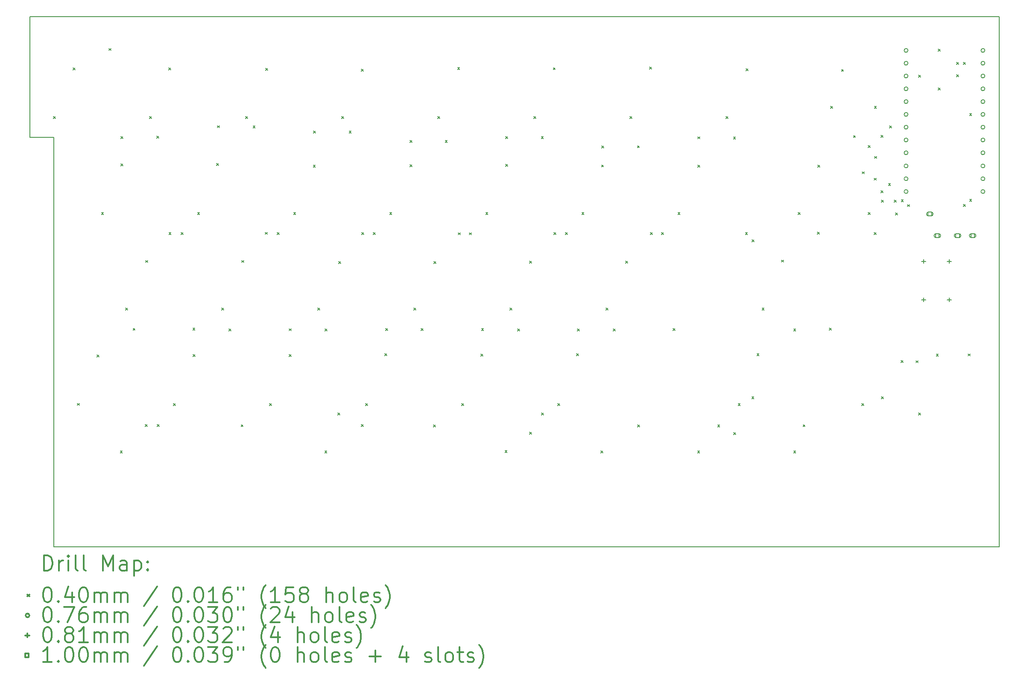
<source format=gbr>
%FSLAX45Y45*%
G04 Gerber Fmt 4.5, Leading zero omitted, Abs format (unit mm)*
G04 Created by KiCad (PCBNEW (5.0.2)-1) date 2019/03/03 0:18:20*
%MOMM*%
%LPD*%
G01*
G04 APERTURE LIST*
%ADD10C,0.150000*%
%ADD11C,0.200000*%
%ADD12C,0.300000*%
G04 APERTURE END LIST*
D10*
X19404000Y-4459000D02*
X19881000Y-4459000D01*
X19404000Y-2059000D02*
X19404000Y-4459000D01*
X38628000Y-2059000D02*
X38628000Y-12584000D01*
X19881000Y-4459000D02*
X19881000Y-12584000D01*
X19881000Y-12584000D02*
X38628000Y-12584000D01*
X19404000Y-2059000D02*
X38628000Y-2059000D01*
D11*
X19873000Y-4046000D02*
X19913000Y-4086000D01*
X19913000Y-4046000D02*
X19873000Y-4086000D01*
X20260000Y-3079000D02*
X20300000Y-3119000D01*
X20300000Y-3079000D02*
X20260000Y-3119000D01*
X20349000Y-9738000D02*
X20389000Y-9778000D01*
X20389000Y-9738000D02*
X20349000Y-9778000D01*
X20737000Y-8776000D02*
X20777000Y-8816000D01*
X20777000Y-8776000D02*
X20737000Y-8816000D01*
X20825000Y-5951000D02*
X20865000Y-5991000D01*
X20865000Y-5951000D02*
X20825000Y-5991000D01*
X20975000Y-2693000D02*
X21015000Y-2733000D01*
X21015000Y-2693000D02*
X20975000Y-2733000D01*
X21197000Y-10682000D02*
X21237000Y-10722000D01*
X21237000Y-10682000D02*
X21197000Y-10722000D01*
X21208000Y-4983000D02*
X21248000Y-5023000D01*
X21248000Y-4983000D02*
X21208000Y-5023000D01*
X21212000Y-4439000D02*
X21252000Y-4479000D01*
X21252000Y-4439000D02*
X21212000Y-4479000D01*
X21301000Y-7847000D02*
X21341000Y-7887000D01*
X21341000Y-7847000D02*
X21301000Y-7887000D01*
X21452000Y-8247000D02*
X21492000Y-8287000D01*
X21492000Y-8247000D02*
X21452000Y-8287000D01*
X21693000Y-10155000D02*
X21733000Y-10195000D01*
X21733000Y-10155000D02*
X21693000Y-10195000D01*
X21699000Y-6902000D02*
X21739000Y-6942000D01*
X21739000Y-6902000D02*
X21699000Y-6942000D01*
X21778000Y-4046000D02*
X21818000Y-4086000D01*
X21818000Y-4046000D02*
X21778000Y-4086000D01*
X21924000Y-4435000D02*
X21964000Y-4475000D01*
X21964000Y-4435000D02*
X21924000Y-4475000D01*
X21928000Y-10155000D02*
X21968000Y-10195000D01*
X21968000Y-10155000D02*
X21928000Y-10195000D01*
X22157000Y-3078000D02*
X22197000Y-3118000D01*
X22197000Y-3078000D02*
X22157000Y-3118000D01*
X22163000Y-6349000D02*
X22203000Y-6389000D01*
X22203000Y-6349000D02*
X22163000Y-6389000D01*
X22254000Y-9739000D02*
X22294000Y-9779000D01*
X22294000Y-9739000D02*
X22254000Y-9779000D01*
X22402000Y-6344000D02*
X22442000Y-6384000D01*
X22442000Y-6344000D02*
X22402000Y-6384000D01*
X22636000Y-8246000D02*
X22676000Y-8286000D01*
X22676000Y-8246000D02*
X22636000Y-8286000D01*
X22638000Y-8766000D02*
X22678000Y-8806000D01*
X22678000Y-8766000D02*
X22638000Y-8806000D01*
X22730000Y-5951000D02*
X22770000Y-5991000D01*
X22770000Y-5951000D02*
X22730000Y-5991000D01*
X23106000Y-4974000D02*
X23146000Y-5014000D01*
X23146000Y-4974000D02*
X23106000Y-5014000D01*
X23124000Y-4225000D02*
X23164000Y-4265000D01*
X23164000Y-4225000D02*
X23124000Y-4265000D01*
X23206000Y-7847000D02*
X23246000Y-7887000D01*
X23246000Y-7847000D02*
X23206000Y-7887000D01*
X23352000Y-8262000D02*
X23392000Y-8302000D01*
X23392000Y-8262000D02*
X23352000Y-8302000D01*
X23593000Y-10160000D02*
X23633000Y-10200000D01*
X23633000Y-10160000D02*
X23593000Y-10200000D01*
X23603000Y-6902000D02*
X23643000Y-6942000D01*
X23643000Y-6902000D02*
X23603000Y-6942000D01*
X23682000Y-4046000D02*
X23722000Y-4086000D01*
X23722000Y-4046000D02*
X23682000Y-4086000D01*
X23831000Y-4227000D02*
X23871000Y-4267000D01*
X23871000Y-4227000D02*
X23831000Y-4267000D01*
X24072000Y-6343000D02*
X24112000Y-6383000D01*
X24112000Y-6343000D02*
X24072000Y-6383000D01*
X24079000Y-3085000D02*
X24119000Y-3125000D01*
X24119000Y-3085000D02*
X24079000Y-3125000D01*
X24159000Y-9739000D02*
X24199000Y-9779000D01*
X24199000Y-9739000D02*
X24159000Y-9779000D01*
X24308000Y-6344000D02*
X24348000Y-6384000D01*
X24348000Y-6344000D02*
X24308000Y-6384000D01*
X24544000Y-8255000D02*
X24584000Y-8295000D01*
X24584000Y-8255000D02*
X24544000Y-8295000D01*
X24546000Y-8770000D02*
X24586000Y-8810000D01*
X24586000Y-8770000D02*
X24546000Y-8810000D01*
X24635000Y-5951000D02*
X24675000Y-5991000D01*
X24675000Y-5951000D02*
X24635000Y-5991000D01*
X25025000Y-5006000D02*
X25065000Y-5046000D01*
X25065000Y-5006000D02*
X25025000Y-5046000D01*
X25027000Y-4333000D02*
X25067000Y-4373000D01*
X25067000Y-4333000D02*
X25027000Y-4373000D01*
X25111000Y-7847000D02*
X25151000Y-7887000D01*
X25151000Y-7847000D02*
X25111000Y-7887000D01*
X25252000Y-10679000D02*
X25292000Y-10719000D01*
X25292000Y-10679000D02*
X25252000Y-10719000D01*
X25254000Y-8260000D02*
X25294000Y-8300000D01*
X25294000Y-8260000D02*
X25254000Y-8300000D01*
X25508000Y-9927000D02*
X25548000Y-9967000D01*
X25548000Y-9927000D02*
X25508000Y-9967000D01*
X25525000Y-6925000D02*
X25565000Y-6965000D01*
X25565000Y-6925000D02*
X25525000Y-6965000D01*
X25588000Y-4046000D02*
X25628000Y-4086000D01*
X25628000Y-4046000D02*
X25588000Y-4086000D01*
X25736000Y-4334000D02*
X25776000Y-4374000D01*
X25776000Y-4334000D02*
X25736000Y-4374000D01*
X25974000Y-3101000D02*
X26014000Y-3141000D01*
X26014000Y-3101000D02*
X25974000Y-3141000D01*
X25974000Y-10159000D02*
X26014000Y-10199000D01*
X26014000Y-10159000D02*
X25974000Y-10199000D01*
X25985000Y-6348000D02*
X26025000Y-6388000D01*
X26025000Y-6348000D02*
X25985000Y-6388000D01*
X26064000Y-9739000D02*
X26104000Y-9779000D01*
X26104000Y-9739000D02*
X26064000Y-9779000D01*
X26211000Y-6346000D02*
X26251000Y-6386000D01*
X26251000Y-6346000D02*
X26211000Y-6386000D01*
X26441000Y-8751000D02*
X26481000Y-8791000D01*
X26481000Y-8751000D02*
X26441000Y-8791000D01*
X26457000Y-8250000D02*
X26497000Y-8290000D01*
X26497000Y-8250000D02*
X26457000Y-8290000D01*
X26540000Y-5951000D02*
X26580000Y-5991000D01*
X26580000Y-5951000D02*
X26540000Y-5991000D01*
X26939000Y-4519000D02*
X26979000Y-4559000D01*
X26979000Y-4519000D02*
X26939000Y-4559000D01*
X26939000Y-5003000D02*
X26979000Y-5043000D01*
X26979000Y-5003000D02*
X26939000Y-5043000D01*
X27016000Y-7847000D02*
X27056000Y-7887000D01*
X27056000Y-7847000D02*
X27016000Y-7887000D01*
X27164000Y-8254000D02*
X27204000Y-8294000D01*
X27204000Y-8254000D02*
X27164000Y-8294000D01*
X27410000Y-10167000D02*
X27450000Y-10207000D01*
X27450000Y-10167000D02*
X27410000Y-10207000D01*
X27416000Y-6922000D02*
X27456000Y-6962000D01*
X27456000Y-6922000D02*
X27416000Y-6962000D01*
X27492000Y-4046000D02*
X27532000Y-4086000D01*
X27532000Y-4046000D02*
X27492000Y-4086000D01*
X27640000Y-4520500D02*
X27680000Y-4560500D01*
X27680000Y-4520500D02*
X27640000Y-4560500D01*
X27885000Y-3070000D02*
X27925000Y-3110000D01*
X27925000Y-3070000D02*
X27885000Y-3110000D01*
X27896000Y-6351000D02*
X27936000Y-6391000D01*
X27936000Y-6351000D02*
X27896000Y-6391000D01*
X27969000Y-9739000D02*
X28009000Y-9779000D01*
X28009000Y-9739000D02*
X27969000Y-9779000D01*
X28116000Y-6350000D02*
X28156000Y-6390000D01*
X28156000Y-6350000D02*
X28116000Y-6390000D01*
X28349000Y-8757000D02*
X28389000Y-8797000D01*
X28389000Y-8757000D02*
X28349000Y-8797000D01*
X28361000Y-8251000D02*
X28401000Y-8291000D01*
X28401000Y-8251000D02*
X28361000Y-8291000D01*
X28445000Y-5951000D02*
X28485000Y-5991000D01*
X28485000Y-5951000D02*
X28445000Y-5991000D01*
X28825000Y-10670000D02*
X28865000Y-10710000D01*
X28865000Y-10670000D02*
X28825000Y-10710000D01*
X28838000Y-4440000D02*
X28878000Y-4480000D01*
X28878000Y-4440000D02*
X28838000Y-4480000D01*
X28838000Y-4990000D02*
X28878000Y-5030000D01*
X28878000Y-4990000D02*
X28838000Y-5030000D01*
X28921000Y-7847000D02*
X28961000Y-7887000D01*
X28961000Y-7847000D02*
X28921000Y-7887000D01*
X29073000Y-8261000D02*
X29113000Y-8301000D01*
X29113000Y-8261000D02*
X29073000Y-8301000D01*
X29310000Y-6915000D02*
X29350000Y-6955000D01*
X29350000Y-6915000D02*
X29310000Y-6955000D01*
X29310000Y-10308000D02*
X29350000Y-10348000D01*
X29350000Y-10308000D02*
X29310000Y-10348000D01*
X29397000Y-4046000D02*
X29437000Y-4086000D01*
X29437000Y-4046000D02*
X29397000Y-4086000D01*
X29546000Y-4443000D02*
X29586000Y-4483000D01*
X29586000Y-4443000D02*
X29546000Y-4483000D01*
X29550000Y-9925000D02*
X29590000Y-9965000D01*
X29590000Y-9925000D02*
X29550000Y-9965000D01*
X29783000Y-3074000D02*
X29823000Y-3114000D01*
X29823000Y-3074000D02*
X29783000Y-3114000D01*
X29792000Y-6345000D02*
X29832000Y-6385000D01*
X29832000Y-6345000D02*
X29792000Y-6385000D01*
X29873000Y-9739000D02*
X29913000Y-9779000D01*
X29913000Y-9739000D02*
X29873000Y-9779000D01*
X30021000Y-6347000D02*
X30061000Y-6387000D01*
X30061000Y-6347000D02*
X30021000Y-6387000D01*
X30246000Y-8753000D02*
X30286000Y-8793000D01*
X30286000Y-8753000D02*
X30246000Y-8793000D01*
X30259000Y-8258000D02*
X30299000Y-8298000D01*
X30299000Y-8258000D02*
X30259000Y-8298000D01*
X30350000Y-5951000D02*
X30390000Y-5991000D01*
X30390000Y-5951000D02*
X30350000Y-5991000D01*
X30727000Y-10682000D02*
X30767000Y-10722000D01*
X30767000Y-10682000D02*
X30727000Y-10722000D01*
X30738000Y-5004000D02*
X30778000Y-5044000D01*
X30778000Y-5004000D02*
X30738000Y-5044000D01*
X30742000Y-4627000D02*
X30782000Y-4667000D01*
X30782000Y-4627000D02*
X30742000Y-4667000D01*
X30826000Y-7847000D02*
X30866000Y-7887000D01*
X30866000Y-7847000D02*
X30826000Y-7887000D01*
X30969000Y-8257000D02*
X31009000Y-8297000D01*
X31009000Y-8257000D02*
X30969000Y-8297000D01*
X31215000Y-6915000D02*
X31255000Y-6955000D01*
X31255000Y-6915000D02*
X31215000Y-6955000D01*
X31303000Y-4046000D02*
X31343000Y-4086000D01*
X31343000Y-4046000D02*
X31303000Y-4086000D01*
X31451000Y-4624000D02*
X31491000Y-4664000D01*
X31491000Y-4624000D02*
X31451000Y-4664000D01*
X31455000Y-10167000D02*
X31495000Y-10207000D01*
X31495000Y-10167000D02*
X31455000Y-10207000D01*
X31691000Y-3060000D02*
X31731000Y-3100000D01*
X31731000Y-3060000D02*
X31691000Y-3100000D01*
X31706000Y-6346000D02*
X31746000Y-6386000D01*
X31746000Y-6346000D02*
X31706000Y-6386000D01*
X31926000Y-6348000D02*
X31966000Y-6388000D01*
X31966000Y-6348000D02*
X31926000Y-6388000D01*
X32159000Y-8252000D02*
X32199000Y-8292000D01*
X32199000Y-8252000D02*
X32159000Y-8292000D01*
X32254000Y-5951000D02*
X32294000Y-5991000D01*
X32294000Y-5951000D02*
X32254000Y-5991000D01*
X32643000Y-10680000D02*
X32683000Y-10720000D01*
X32683000Y-10680000D02*
X32643000Y-10720000D01*
X32649000Y-5007000D02*
X32689000Y-5047000D01*
X32689000Y-5007000D02*
X32649000Y-5047000D01*
X32651000Y-4446000D02*
X32691000Y-4486000D01*
X32691000Y-4446000D02*
X32651000Y-4486000D01*
X33041000Y-10164000D02*
X33081000Y-10204000D01*
X33081000Y-10164000D02*
X33041000Y-10204000D01*
X33209000Y-4043000D02*
X33249000Y-4083000D01*
X33249000Y-4043000D02*
X33209000Y-4083000D01*
X33356000Y-4448000D02*
X33396000Y-4488000D01*
X33396000Y-4448000D02*
X33356000Y-4488000D01*
X33360000Y-10316000D02*
X33400000Y-10356000D01*
X33400000Y-10316000D02*
X33360000Y-10356000D01*
X33448000Y-9739000D02*
X33488000Y-9779000D01*
X33488000Y-9739000D02*
X33448000Y-9779000D01*
X33592000Y-6347000D02*
X33632000Y-6387000D01*
X33632000Y-6347000D02*
X33592000Y-6387000D01*
X33608000Y-3097000D02*
X33648000Y-3137000D01*
X33648000Y-3097000D02*
X33608000Y-3137000D01*
X33719000Y-9609000D02*
X33759000Y-9649000D01*
X33759000Y-9609000D02*
X33719000Y-9649000D01*
X33723000Y-6491000D02*
X33763000Y-6531000D01*
X33763000Y-6491000D02*
X33723000Y-6531000D01*
X33821000Y-8753000D02*
X33861000Y-8793000D01*
X33861000Y-8753000D02*
X33821000Y-8793000D01*
X33922000Y-7847000D02*
X33962000Y-7887000D01*
X33962000Y-7847000D02*
X33922000Y-7887000D01*
X34306000Y-6893000D02*
X34346000Y-6933000D01*
X34346000Y-6893000D02*
X34306000Y-6933000D01*
X34548000Y-10680000D02*
X34588000Y-10720000D01*
X34588000Y-10680000D02*
X34548000Y-10720000D01*
X34550000Y-8257000D02*
X34590000Y-8297000D01*
X34590000Y-8257000D02*
X34550000Y-8297000D01*
X34635000Y-5950000D02*
X34675000Y-5990000D01*
X34675000Y-5950000D02*
X34635000Y-5990000D01*
X34735000Y-10161000D02*
X34775000Y-10201000D01*
X34775000Y-10161000D02*
X34735000Y-10201000D01*
X35022000Y-6341000D02*
X35062000Y-6381000D01*
X35062000Y-6341000D02*
X35022000Y-6381000D01*
X35029000Y-5007000D02*
X35069000Y-5047000D01*
X35069000Y-5007000D02*
X35029000Y-5047000D01*
X35253000Y-8246000D02*
X35293000Y-8286000D01*
X35293000Y-8246000D02*
X35253000Y-8286000D01*
X35281000Y-3843000D02*
X35321000Y-3883000D01*
X35321000Y-3843000D02*
X35281000Y-3883000D01*
X35498000Y-3107000D02*
X35538000Y-3147000D01*
X35538000Y-3107000D02*
X35498000Y-3147000D01*
X35735000Y-4420000D02*
X35775000Y-4460000D01*
X35775000Y-4420000D02*
X35735000Y-4460000D01*
X35902000Y-9740000D02*
X35942000Y-9780000D01*
X35942000Y-9740000D02*
X35902000Y-9780000D01*
X35907000Y-5140000D02*
X35947000Y-5180000D01*
X35947000Y-5140000D02*
X35907000Y-5180000D01*
X36024000Y-4619000D02*
X36064000Y-4659000D01*
X36064000Y-4619000D02*
X36024000Y-4659000D01*
X36024000Y-5950000D02*
X36064000Y-5990000D01*
X36064000Y-5950000D02*
X36024000Y-5990000D01*
X36145000Y-6345000D02*
X36185000Y-6385000D01*
X36185000Y-6345000D02*
X36145000Y-6385000D01*
X36146000Y-5266000D02*
X36186000Y-5306000D01*
X36186000Y-5266000D02*
X36146000Y-5306000D01*
X36149000Y-3842000D02*
X36189000Y-3882000D01*
X36189000Y-3842000D02*
X36149000Y-3882000D01*
X36153000Y-4835000D02*
X36193000Y-4875000D01*
X36193000Y-4835000D02*
X36153000Y-4875000D01*
X36283000Y-4416000D02*
X36323000Y-4456000D01*
X36323000Y-4416000D02*
X36283000Y-4456000D01*
X36283000Y-5517000D02*
X36323000Y-5557000D01*
X36323000Y-5517000D02*
X36283000Y-5557000D01*
X36289000Y-9608000D02*
X36329000Y-9648000D01*
X36329000Y-9608000D02*
X36289000Y-9648000D01*
X36290000Y-5703000D02*
X36330000Y-5743000D01*
X36330000Y-5703000D02*
X36290000Y-5743000D01*
X36428000Y-5372000D02*
X36468000Y-5412000D01*
X36468000Y-5372000D02*
X36428000Y-5412000D01*
X36450000Y-4227000D02*
X36490000Y-4267000D01*
X36490000Y-4227000D02*
X36450000Y-4267000D01*
X36545000Y-5701000D02*
X36585000Y-5741000D01*
X36585000Y-5701000D02*
X36545000Y-5741000D01*
X36569000Y-5954000D02*
X36609000Y-5994000D01*
X36609000Y-5954000D02*
X36569000Y-5994000D01*
X36679000Y-8886000D02*
X36719000Y-8926000D01*
X36719000Y-8886000D02*
X36679000Y-8926000D01*
X36682000Y-5697000D02*
X36722000Y-5737000D01*
X36722000Y-5697000D02*
X36682000Y-5737000D01*
X36808000Y-5793000D02*
X36848000Y-5833000D01*
X36848000Y-5793000D02*
X36808000Y-5833000D01*
X36973000Y-8891000D02*
X37013000Y-8931000D01*
X37013000Y-8891000D02*
X36973000Y-8931000D01*
X37023000Y-3222000D02*
X37063000Y-3262000D01*
X37063000Y-3222000D02*
X37023000Y-3262000D01*
X37027000Y-9927000D02*
X37067000Y-9967000D01*
X37067000Y-9927000D02*
X37027000Y-9967000D01*
X37378000Y-8760000D02*
X37418000Y-8800000D01*
X37418000Y-8760000D02*
X37378000Y-8800000D01*
X37415000Y-2705000D02*
X37455000Y-2745000D01*
X37455000Y-2705000D02*
X37415000Y-2745000D01*
X37415000Y-3476000D02*
X37455000Y-3516000D01*
X37455000Y-3476000D02*
X37415000Y-3516000D01*
X37778000Y-2971000D02*
X37818000Y-3011000D01*
X37818000Y-2971000D02*
X37778000Y-3011000D01*
X37778000Y-3214000D02*
X37818000Y-3254000D01*
X37818000Y-3214000D02*
X37778000Y-3254000D01*
X37913000Y-2969000D02*
X37953000Y-3009000D01*
X37953000Y-2969000D02*
X37913000Y-3009000D01*
X37915000Y-5786000D02*
X37955000Y-5826000D01*
X37955000Y-5786000D02*
X37915000Y-5826000D01*
X38008000Y-8755000D02*
X38048000Y-8795000D01*
X38048000Y-8755000D02*
X38008000Y-8795000D01*
X38037000Y-3982000D02*
X38077000Y-4022000D01*
X38077000Y-3982000D02*
X38037000Y-4022000D01*
X38037000Y-5687000D02*
X38077000Y-5727000D01*
X38077000Y-5687000D02*
X38037000Y-5727000D01*
X36815100Y-2732000D02*
G75*
G03X36815100Y-2732000I-38100J0D01*
G01*
X36815100Y-2986000D02*
G75*
G03X36815100Y-2986000I-38100J0D01*
G01*
X36815100Y-3240000D02*
G75*
G03X36815100Y-3240000I-38100J0D01*
G01*
X36815100Y-3494000D02*
G75*
G03X36815100Y-3494000I-38100J0D01*
G01*
X36815100Y-3748000D02*
G75*
G03X36815100Y-3748000I-38100J0D01*
G01*
X36815100Y-4002000D02*
G75*
G03X36815100Y-4002000I-38100J0D01*
G01*
X36815100Y-4256000D02*
G75*
G03X36815100Y-4256000I-38100J0D01*
G01*
X36815100Y-4510000D02*
G75*
G03X36815100Y-4510000I-38100J0D01*
G01*
X36815100Y-4764000D02*
G75*
G03X36815100Y-4764000I-38100J0D01*
G01*
X36815100Y-5025000D02*
G75*
G03X36815100Y-5025000I-38100J0D01*
G01*
X36815100Y-5279000D02*
G75*
G03X36815100Y-5279000I-38100J0D01*
G01*
X36815100Y-5533000D02*
G75*
G03X36815100Y-5533000I-38100J0D01*
G01*
X38339100Y-2732000D02*
G75*
G03X38339100Y-2732000I-38100J0D01*
G01*
X38339100Y-2986000D02*
G75*
G03X38339100Y-2986000I-38100J0D01*
G01*
X38339100Y-3240000D02*
G75*
G03X38339100Y-3240000I-38100J0D01*
G01*
X38339100Y-3494000D02*
G75*
G03X38339100Y-3494000I-38100J0D01*
G01*
X38339100Y-3748000D02*
G75*
G03X38339100Y-3748000I-38100J0D01*
G01*
X38339100Y-4002000D02*
G75*
G03X38339100Y-4002000I-38100J0D01*
G01*
X38339100Y-4256000D02*
G75*
G03X38339100Y-4256000I-38100J0D01*
G01*
X38339100Y-4510000D02*
G75*
G03X38339100Y-4510000I-38100J0D01*
G01*
X38339100Y-4764000D02*
G75*
G03X38339100Y-4764000I-38100J0D01*
G01*
X38339100Y-5025000D02*
G75*
G03X38339100Y-5025000I-38100J0D01*
G01*
X38339100Y-5279000D02*
G75*
G03X38339100Y-5279000I-38100J0D01*
G01*
X38339100Y-5533000D02*
G75*
G03X38339100Y-5533000I-38100J0D01*
G01*
X37128000Y-6877360D02*
X37128000Y-6958640D01*
X37087360Y-6918000D02*
X37168640Y-6918000D01*
X37128000Y-7639360D02*
X37128000Y-7720640D01*
X37087360Y-7680000D02*
X37168640Y-7680000D01*
X37636000Y-6877360D02*
X37636000Y-6958640D01*
X37595360Y-6918000D02*
X37676640Y-6918000D01*
X37636000Y-7639360D02*
X37636000Y-7720640D01*
X37595360Y-7680000D02*
X37676640Y-7680000D01*
X37283356Y-6013356D02*
X37283356Y-5942644D01*
X37212644Y-5942644D01*
X37212644Y-6013356D01*
X37283356Y-6013356D01*
X37273000Y-5938000D02*
X37223000Y-5938000D01*
X37273000Y-6018000D02*
X37223000Y-6018000D01*
X37223000Y-5938000D02*
G75*
G03X37223000Y-6018000I0J-40000D01*
G01*
X37273000Y-6018000D02*
G75*
G03X37273000Y-5938000I0J40000D01*
G01*
X37433356Y-6443356D02*
X37433356Y-6372644D01*
X37362644Y-6372644D01*
X37362644Y-6443356D01*
X37433356Y-6443356D01*
X37423000Y-6368000D02*
X37373000Y-6368000D01*
X37423000Y-6448000D02*
X37373000Y-6448000D01*
X37373000Y-6368000D02*
G75*
G03X37373000Y-6448000I0J-40000D01*
G01*
X37423000Y-6448000D02*
G75*
G03X37423000Y-6368000I0J40000D01*
G01*
X37833356Y-6443356D02*
X37833356Y-6372644D01*
X37762644Y-6372644D01*
X37762644Y-6443356D01*
X37833356Y-6443356D01*
X37823000Y-6368000D02*
X37773000Y-6368000D01*
X37823000Y-6448000D02*
X37773000Y-6448000D01*
X37773000Y-6368000D02*
G75*
G03X37773000Y-6448000I0J-40000D01*
G01*
X37823000Y-6448000D02*
G75*
G03X37823000Y-6368000I0J40000D01*
G01*
X38133356Y-6443356D02*
X38133356Y-6372644D01*
X38062644Y-6372644D01*
X38062644Y-6443356D01*
X38133356Y-6443356D01*
X38123000Y-6368000D02*
X38073000Y-6368000D01*
X38123000Y-6448000D02*
X38073000Y-6448000D01*
X38073000Y-6368000D02*
G75*
G03X38073000Y-6448000I0J-40000D01*
G01*
X38123000Y-6448000D02*
G75*
G03X38123000Y-6368000I0J40000D01*
G01*
D12*
X19682928Y-13057214D02*
X19682928Y-12757214D01*
X19754357Y-12757214D01*
X19797214Y-12771500D01*
X19825786Y-12800071D01*
X19840071Y-12828643D01*
X19854357Y-12885786D01*
X19854357Y-12928643D01*
X19840071Y-12985786D01*
X19825786Y-13014357D01*
X19797214Y-13042929D01*
X19754357Y-13057214D01*
X19682928Y-13057214D01*
X19982928Y-13057214D02*
X19982928Y-12857214D01*
X19982928Y-12914357D02*
X19997214Y-12885786D01*
X20011500Y-12871500D01*
X20040071Y-12857214D01*
X20068643Y-12857214D01*
X20168643Y-13057214D02*
X20168643Y-12857214D01*
X20168643Y-12757214D02*
X20154357Y-12771500D01*
X20168643Y-12785786D01*
X20182928Y-12771500D01*
X20168643Y-12757214D01*
X20168643Y-12785786D01*
X20354357Y-13057214D02*
X20325786Y-13042929D01*
X20311500Y-13014357D01*
X20311500Y-12757214D01*
X20511500Y-13057214D02*
X20482928Y-13042929D01*
X20468643Y-13014357D01*
X20468643Y-12757214D01*
X20854357Y-13057214D02*
X20854357Y-12757214D01*
X20954357Y-12971500D01*
X21054357Y-12757214D01*
X21054357Y-13057214D01*
X21325786Y-13057214D02*
X21325786Y-12900071D01*
X21311500Y-12871500D01*
X21282928Y-12857214D01*
X21225786Y-12857214D01*
X21197214Y-12871500D01*
X21325786Y-13042929D02*
X21297214Y-13057214D01*
X21225786Y-13057214D01*
X21197214Y-13042929D01*
X21182928Y-13014357D01*
X21182928Y-12985786D01*
X21197214Y-12957214D01*
X21225786Y-12942929D01*
X21297214Y-12942929D01*
X21325786Y-12928643D01*
X21468643Y-12857214D02*
X21468643Y-13157214D01*
X21468643Y-12871500D02*
X21497214Y-12857214D01*
X21554357Y-12857214D01*
X21582928Y-12871500D01*
X21597214Y-12885786D01*
X21611500Y-12914357D01*
X21611500Y-13000071D01*
X21597214Y-13028643D01*
X21582928Y-13042929D01*
X21554357Y-13057214D01*
X21497214Y-13057214D01*
X21468643Y-13042929D01*
X21740071Y-13028643D02*
X21754357Y-13042929D01*
X21740071Y-13057214D01*
X21725786Y-13042929D01*
X21740071Y-13028643D01*
X21740071Y-13057214D01*
X21740071Y-12871500D02*
X21754357Y-12885786D01*
X21740071Y-12900071D01*
X21725786Y-12885786D01*
X21740071Y-12871500D01*
X21740071Y-12900071D01*
X19356500Y-13531500D02*
X19396500Y-13571500D01*
X19396500Y-13531500D02*
X19356500Y-13571500D01*
X19740071Y-13387214D02*
X19768643Y-13387214D01*
X19797214Y-13401500D01*
X19811500Y-13415786D01*
X19825786Y-13444357D01*
X19840071Y-13501500D01*
X19840071Y-13572929D01*
X19825786Y-13630071D01*
X19811500Y-13658643D01*
X19797214Y-13672929D01*
X19768643Y-13687214D01*
X19740071Y-13687214D01*
X19711500Y-13672929D01*
X19697214Y-13658643D01*
X19682928Y-13630071D01*
X19668643Y-13572929D01*
X19668643Y-13501500D01*
X19682928Y-13444357D01*
X19697214Y-13415786D01*
X19711500Y-13401500D01*
X19740071Y-13387214D01*
X19968643Y-13658643D02*
X19982928Y-13672929D01*
X19968643Y-13687214D01*
X19954357Y-13672929D01*
X19968643Y-13658643D01*
X19968643Y-13687214D01*
X20240071Y-13487214D02*
X20240071Y-13687214D01*
X20168643Y-13372929D02*
X20097214Y-13587214D01*
X20282928Y-13587214D01*
X20454357Y-13387214D02*
X20482928Y-13387214D01*
X20511500Y-13401500D01*
X20525786Y-13415786D01*
X20540071Y-13444357D01*
X20554357Y-13501500D01*
X20554357Y-13572929D01*
X20540071Y-13630071D01*
X20525786Y-13658643D01*
X20511500Y-13672929D01*
X20482928Y-13687214D01*
X20454357Y-13687214D01*
X20425786Y-13672929D01*
X20411500Y-13658643D01*
X20397214Y-13630071D01*
X20382928Y-13572929D01*
X20382928Y-13501500D01*
X20397214Y-13444357D01*
X20411500Y-13415786D01*
X20425786Y-13401500D01*
X20454357Y-13387214D01*
X20682928Y-13687214D02*
X20682928Y-13487214D01*
X20682928Y-13515786D02*
X20697214Y-13501500D01*
X20725786Y-13487214D01*
X20768643Y-13487214D01*
X20797214Y-13501500D01*
X20811500Y-13530071D01*
X20811500Y-13687214D01*
X20811500Y-13530071D02*
X20825786Y-13501500D01*
X20854357Y-13487214D01*
X20897214Y-13487214D01*
X20925786Y-13501500D01*
X20940071Y-13530071D01*
X20940071Y-13687214D01*
X21082928Y-13687214D02*
X21082928Y-13487214D01*
X21082928Y-13515786D02*
X21097214Y-13501500D01*
X21125786Y-13487214D01*
X21168643Y-13487214D01*
X21197214Y-13501500D01*
X21211500Y-13530071D01*
X21211500Y-13687214D01*
X21211500Y-13530071D02*
X21225786Y-13501500D01*
X21254357Y-13487214D01*
X21297214Y-13487214D01*
X21325786Y-13501500D01*
X21340071Y-13530071D01*
X21340071Y-13687214D01*
X21925786Y-13372929D02*
X21668643Y-13758643D01*
X22311500Y-13387214D02*
X22340071Y-13387214D01*
X22368643Y-13401500D01*
X22382928Y-13415786D01*
X22397214Y-13444357D01*
X22411500Y-13501500D01*
X22411500Y-13572929D01*
X22397214Y-13630071D01*
X22382928Y-13658643D01*
X22368643Y-13672929D01*
X22340071Y-13687214D01*
X22311500Y-13687214D01*
X22282928Y-13672929D01*
X22268643Y-13658643D01*
X22254357Y-13630071D01*
X22240071Y-13572929D01*
X22240071Y-13501500D01*
X22254357Y-13444357D01*
X22268643Y-13415786D01*
X22282928Y-13401500D01*
X22311500Y-13387214D01*
X22540071Y-13658643D02*
X22554357Y-13672929D01*
X22540071Y-13687214D01*
X22525786Y-13672929D01*
X22540071Y-13658643D01*
X22540071Y-13687214D01*
X22740071Y-13387214D02*
X22768643Y-13387214D01*
X22797214Y-13401500D01*
X22811500Y-13415786D01*
X22825786Y-13444357D01*
X22840071Y-13501500D01*
X22840071Y-13572929D01*
X22825786Y-13630071D01*
X22811500Y-13658643D01*
X22797214Y-13672929D01*
X22768643Y-13687214D01*
X22740071Y-13687214D01*
X22711500Y-13672929D01*
X22697214Y-13658643D01*
X22682928Y-13630071D01*
X22668643Y-13572929D01*
X22668643Y-13501500D01*
X22682928Y-13444357D01*
X22697214Y-13415786D01*
X22711500Y-13401500D01*
X22740071Y-13387214D01*
X23125786Y-13687214D02*
X22954357Y-13687214D01*
X23040071Y-13687214D02*
X23040071Y-13387214D01*
X23011500Y-13430071D01*
X22982928Y-13458643D01*
X22954357Y-13472929D01*
X23382928Y-13387214D02*
X23325786Y-13387214D01*
X23297214Y-13401500D01*
X23282928Y-13415786D01*
X23254357Y-13458643D01*
X23240071Y-13515786D01*
X23240071Y-13630071D01*
X23254357Y-13658643D01*
X23268643Y-13672929D01*
X23297214Y-13687214D01*
X23354357Y-13687214D01*
X23382928Y-13672929D01*
X23397214Y-13658643D01*
X23411500Y-13630071D01*
X23411500Y-13558643D01*
X23397214Y-13530071D01*
X23382928Y-13515786D01*
X23354357Y-13501500D01*
X23297214Y-13501500D01*
X23268643Y-13515786D01*
X23254357Y-13530071D01*
X23240071Y-13558643D01*
X23525786Y-13387214D02*
X23525786Y-13444357D01*
X23640071Y-13387214D02*
X23640071Y-13444357D01*
X24082928Y-13801500D02*
X24068643Y-13787214D01*
X24040071Y-13744357D01*
X24025786Y-13715786D01*
X24011500Y-13672929D01*
X23997214Y-13601500D01*
X23997214Y-13544357D01*
X24011500Y-13472929D01*
X24025786Y-13430071D01*
X24040071Y-13401500D01*
X24068643Y-13358643D01*
X24082928Y-13344357D01*
X24354357Y-13687214D02*
X24182928Y-13687214D01*
X24268643Y-13687214D02*
X24268643Y-13387214D01*
X24240071Y-13430071D01*
X24211500Y-13458643D01*
X24182928Y-13472929D01*
X24625786Y-13387214D02*
X24482928Y-13387214D01*
X24468643Y-13530071D01*
X24482928Y-13515786D01*
X24511500Y-13501500D01*
X24582928Y-13501500D01*
X24611500Y-13515786D01*
X24625786Y-13530071D01*
X24640071Y-13558643D01*
X24640071Y-13630071D01*
X24625786Y-13658643D01*
X24611500Y-13672929D01*
X24582928Y-13687214D01*
X24511500Y-13687214D01*
X24482928Y-13672929D01*
X24468643Y-13658643D01*
X24811500Y-13515786D02*
X24782928Y-13501500D01*
X24768643Y-13487214D01*
X24754357Y-13458643D01*
X24754357Y-13444357D01*
X24768643Y-13415786D01*
X24782928Y-13401500D01*
X24811500Y-13387214D01*
X24868643Y-13387214D01*
X24897214Y-13401500D01*
X24911500Y-13415786D01*
X24925786Y-13444357D01*
X24925786Y-13458643D01*
X24911500Y-13487214D01*
X24897214Y-13501500D01*
X24868643Y-13515786D01*
X24811500Y-13515786D01*
X24782928Y-13530071D01*
X24768643Y-13544357D01*
X24754357Y-13572929D01*
X24754357Y-13630071D01*
X24768643Y-13658643D01*
X24782928Y-13672929D01*
X24811500Y-13687214D01*
X24868643Y-13687214D01*
X24897214Y-13672929D01*
X24911500Y-13658643D01*
X24925786Y-13630071D01*
X24925786Y-13572929D01*
X24911500Y-13544357D01*
X24897214Y-13530071D01*
X24868643Y-13515786D01*
X25282928Y-13687214D02*
X25282928Y-13387214D01*
X25411500Y-13687214D02*
X25411500Y-13530071D01*
X25397214Y-13501500D01*
X25368643Y-13487214D01*
X25325786Y-13487214D01*
X25297214Y-13501500D01*
X25282928Y-13515786D01*
X25597214Y-13687214D02*
X25568643Y-13672929D01*
X25554357Y-13658643D01*
X25540071Y-13630071D01*
X25540071Y-13544357D01*
X25554357Y-13515786D01*
X25568643Y-13501500D01*
X25597214Y-13487214D01*
X25640071Y-13487214D01*
X25668643Y-13501500D01*
X25682928Y-13515786D01*
X25697214Y-13544357D01*
X25697214Y-13630071D01*
X25682928Y-13658643D01*
X25668643Y-13672929D01*
X25640071Y-13687214D01*
X25597214Y-13687214D01*
X25868643Y-13687214D02*
X25840071Y-13672929D01*
X25825786Y-13644357D01*
X25825786Y-13387214D01*
X26097214Y-13672929D02*
X26068643Y-13687214D01*
X26011500Y-13687214D01*
X25982928Y-13672929D01*
X25968643Y-13644357D01*
X25968643Y-13530071D01*
X25982928Y-13501500D01*
X26011500Y-13487214D01*
X26068643Y-13487214D01*
X26097214Y-13501500D01*
X26111500Y-13530071D01*
X26111500Y-13558643D01*
X25968643Y-13587214D01*
X26225786Y-13672929D02*
X26254357Y-13687214D01*
X26311500Y-13687214D01*
X26340071Y-13672929D01*
X26354357Y-13644357D01*
X26354357Y-13630071D01*
X26340071Y-13601500D01*
X26311500Y-13587214D01*
X26268643Y-13587214D01*
X26240071Y-13572929D01*
X26225786Y-13544357D01*
X26225786Y-13530071D01*
X26240071Y-13501500D01*
X26268643Y-13487214D01*
X26311500Y-13487214D01*
X26340071Y-13501500D01*
X26454357Y-13801500D02*
X26468643Y-13787214D01*
X26497214Y-13744357D01*
X26511500Y-13715786D01*
X26525786Y-13672929D01*
X26540071Y-13601500D01*
X26540071Y-13544357D01*
X26525786Y-13472929D01*
X26511500Y-13430071D01*
X26497214Y-13401500D01*
X26468643Y-13358643D01*
X26454357Y-13344357D01*
X19396500Y-13947500D02*
G75*
G03X19396500Y-13947500I-38100J0D01*
G01*
X19740071Y-13783214D02*
X19768643Y-13783214D01*
X19797214Y-13797500D01*
X19811500Y-13811786D01*
X19825786Y-13840357D01*
X19840071Y-13897500D01*
X19840071Y-13968929D01*
X19825786Y-14026071D01*
X19811500Y-14054643D01*
X19797214Y-14068929D01*
X19768643Y-14083214D01*
X19740071Y-14083214D01*
X19711500Y-14068929D01*
X19697214Y-14054643D01*
X19682928Y-14026071D01*
X19668643Y-13968929D01*
X19668643Y-13897500D01*
X19682928Y-13840357D01*
X19697214Y-13811786D01*
X19711500Y-13797500D01*
X19740071Y-13783214D01*
X19968643Y-14054643D02*
X19982928Y-14068929D01*
X19968643Y-14083214D01*
X19954357Y-14068929D01*
X19968643Y-14054643D01*
X19968643Y-14083214D01*
X20082928Y-13783214D02*
X20282928Y-13783214D01*
X20154357Y-14083214D01*
X20525786Y-13783214D02*
X20468643Y-13783214D01*
X20440071Y-13797500D01*
X20425786Y-13811786D01*
X20397214Y-13854643D01*
X20382928Y-13911786D01*
X20382928Y-14026071D01*
X20397214Y-14054643D01*
X20411500Y-14068929D01*
X20440071Y-14083214D01*
X20497214Y-14083214D01*
X20525786Y-14068929D01*
X20540071Y-14054643D01*
X20554357Y-14026071D01*
X20554357Y-13954643D01*
X20540071Y-13926071D01*
X20525786Y-13911786D01*
X20497214Y-13897500D01*
X20440071Y-13897500D01*
X20411500Y-13911786D01*
X20397214Y-13926071D01*
X20382928Y-13954643D01*
X20682928Y-14083214D02*
X20682928Y-13883214D01*
X20682928Y-13911786D02*
X20697214Y-13897500D01*
X20725786Y-13883214D01*
X20768643Y-13883214D01*
X20797214Y-13897500D01*
X20811500Y-13926071D01*
X20811500Y-14083214D01*
X20811500Y-13926071D02*
X20825786Y-13897500D01*
X20854357Y-13883214D01*
X20897214Y-13883214D01*
X20925786Y-13897500D01*
X20940071Y-13926071D01*
X20940071Y-14083214D01*
X21082928Y-14083214D02*
X21082928Y-13883214D01*
X21082928Y-13911786D02*
X21097214Y-13897500D01*
X21125786Y-13883214D01*
X21168643Y-13883214D01*
X21197214Y-13897500D01*
X21211500Y-13926071D01*
X21211500Y-14083214D01*
X21211500Y-13926071D02*
X21225786Y-13897500D01*
X21254357Y-13883214D01*
X21297214Y-13883214D01*
X21325786Y-13897500D01*
X21340071Y-13926071D01*
X21340071Y-14083214D01*
X21925786Y-13768929D02*
X21668643Y-14154643D01*
X22311500Y-13783214D02*
X22340071Y-13783214D01*
X22368643Y-13797500D01*
X22382928Y-13811786D01*
X22397214Y-13840357D01*
X22411500Y-13897500D01*
X22411500Y-13968929D01*
X22397214Y-14026071D01*
X22382928Y-14054643D01*
X22368643Y-14068929D01*
X22340071Y-14083214D01*
X22311500Y-14083214D01*
X22282928Y-14068929D01*
X22268643Y-14054643D01*
X22254357Y-14026071D01*
X22240071Y-13968929D01*
X22240071Y-13897500D01*
X22254357Y-13840357D01*
X22268643Y-13811786D01*
X22282928Y-13797500D01*
X22311500Y-13783214D01*
X22540071Y-14054643D02*
X22554357Y-14068929D01*
X22540071Y-14083214D01*
X22525786Y-14068929D01*
X22540071Y-14054643D01*
X22540071Y-14083214D01*
X22740071Y-13783214D02*
X22768643Y-13783214D01*
X22797214Y-13797500D01*
X22811500Y-13811786D01*
X22825786Y-13840357D01*
X22840071Y-13897500D01*
X22840071Y-13968929D01*
X22825786Y-14026071D01*
X22811500Y-14054643D01*
X22797214Y-14068929D01*
X22768643Y-14083214D01*
X22740071Y-14083214D01*
X22711500Y-14068929D01*
X22697214Y-14054643D01*
X22682928Y-14026071D01*
X22668643Y-13968929D01*
X22668643Y-13897500D01*
X22682928Y-13840357D01*
X22697214Y-13811786D01*
X22711500Y-13797500D01*
X22740071Y-13783214D01*
X22940071Y-13783214D02*
X23125786Y-13783214D01*
X23025786Y-13897500D01*
X23068643Y-13897500D01*
X23097214Y-13911786D01*
X23111500Y-13926071D01*
X23125786Y-13954643D01*
X23125786Y-14026071D01*
X23111500Y-14054643D01*
X23097214Y-14068929D01*
X23068643Y-14083214D01*
X22982928Y-14083214D01*
X22954357Y-14068929D01*
X22940071Y-14054643D01*
X23311500Y-13783214D02*
X23340071Y-13783214D01*
X23368643Y-13797500D01*
X23382928Y-13811786D01*
X23397214Y-13840357D01*
X23411500Y-13897500D01*
X23411500Y-13968929D01*
X23397214Y-14026071D01*
X23382928Y-14054643D01*
X23368643Y-14068929D01*
X23340071Y-14083214D01*
X23311500Y-14083214D01*
X23282928Y-14068929D01*
X23268643Y-14054643D01*
X23254357Y-14026071D01*
X23240071Y-13968929D01*
X23240071Y-13897500D01*
X23254357Y-13840357D01*
X23268643Y-13811786D01*
X23282928Y-13797500D01*
X23311500Y-13783214D01*
X23525786Y-13783214D02*
X23525786Y-13840357D01*
X23640071Y-13783214D02*
X23640071Y-13840357D01*
X24082928Y-14197500D02*
X24068643Y-14183214D01*
X24040071Y-14140357D01*
X24025786Y-14111786D01*
X24011500Y-14068929D01*
X23997214Y-13997500D01*
X23997214Y-13940357D01*
X24011500Y-13868929D01*
X24025786Y-13826071D01*
X24040071Y-13797500D01*
X24068643Y-13754643D01*
X24082928Y-13740357D01*
X24182928Y-13811786D02*
X24197214Y-13797500D01*
X24225786Y-13783214D01*
X24297214Y-13783214D01*
X24325786Y-13797500D01*
X24340071Y-13811786D01*
X24354357Y-13840357D01*
X24354357Y-13868929D01*
X24340071Y-13911786D01*
X24168643Y-14083214D01*
X24354357Y-14083214D01*
X24611500Y-13883214D02*
X24611500Y-14083214D01*
X24540071Y-13768929D02*
X24468643Y-13983214D01*
X24654357Y-13983214D01*
X24997214Y-14083214D02*
X24997214Y-13783214D01*
X25125786Y-14083214D02*
X25125786Y-13926071D01*
X25111500Y-13897500D01*
X25082928Y-13883214D01*
X25040071Y-13883214D01*
X25011500Y-13897500D01*
X24997214Y-13911786D01*
X25311500Y-14083214D02*
X25282928Y-14068929D01*
X25268643Y-14054643D01*
X25254357Y-14026071D01*
X25254357Y-13940357D01*
X25268643Y-13911786D01*
X25282928Y-13897500D01*
X25311500Y-13883214D01*
X25354357Y-13883214D01*
X25382928Y-13897500D01*
X25397214Y-13911786D01*
X25411500Y-13940357D01*
X25411500Y-14026071D01*
X25397214Y-14054643D01*
X25382928Y-14068929D01*
X25354357Y-14083214D01*
X25311500Y-14083214D01*
X25582928Y-14083214D02*
X25554357Y-14068929D01*
X25540071Y-14040357D01*
X25540071Y-13783214D01*
X25811500Y-14068929D02*
X25782928Y-14083214D01*
X25725786Y-14083214D01*
X25697214Y-14068929D01*
X25682928Y-14040357D01*
X25682928Y-13926071D01*
X25697214Y-13897500D01*
X25725786Y-13883214D01*
X25782928Y-13883214D01*
X25811500Y-13897500D01*
X25825786Y-13926071D01*
X25825786Y-13954643D01*
X25682928Y-13983214D01*
X25940071Y-14068929D02*
X25968643Y-14083214D01*
X26025786Y-14083214D01*
X26054357Y-14068929D01*
X26068643Y-14040357D01*
X26068643Y-14026071D01*
X26054357Y-13997500D01*
X26025786Y-13983214D01*
X25982928Y-13983214D01*
X25954357Y-13968929D01*
X25940071Y-13940357D01*
X25940071Y-13926071D01*
X25954357Y-13897500D01*
X25982928Y-13883214D01*
X26025786Y-13883214D01*
X26054357Y-13897500D01*
X26168643Y-14197500D02*
X26182928Y-14183214D01*
X26211500Y-14140357D01*
X26225786Y-14111786D01*
X26240071Y-14068929D01*
X26254357Y-13997500D01*
X26254357Y-13940357D01*
X26240071Y-13868929D01*
X26225786Y-13826071D01*
X26211500Y-13797500D01*
X26182928Y-13754643D01*
X26168643Y-13740357D01*
X19355860Y-14302860D02*
X19355860Y-14384140D01*
X19315220Y-14343500D02*
X19396500Y-14343500D01*
X19740071Y-14179214D02*
X19768643Y-14179214D01*
X19797214Y-14193500D01*
X19811500Y-14207786D01*
X19825786Y-14236357D01*
X19840071Y-14293500D01*
X19840071Y-14364929D01*
X19825786Y-14422071D01*
X19811500Y-14450643D01*
X19797214Y-14464929D01*
X19768643Y-14479214D01*
X19740071Y-14479214D01*
X19711500Y-14464929D01*
X19697214Y-14450643D01*
X19682928Y-14422071D01*
X19668643Y-14364929D01*
X19668643Y-14293500D01*
X19682928Y-14236357D01*
X19697214Y-14207786D01*
X19711500Y-14193500D01*
X19740071Y-14179214D01*
X19968643Y-14450643D02*
X19982928Y-14464929D01*
X19968643Y-14479214D01*
X19954357Y-14464929D01*
X19968643Y-14450643D01*
X19968643Y-14479214D01*
X20154357Y-14307786D02*
X20125786Y-14293500D01*
X20111500Y-14279214D01*
X20097214Y-14250643D01*
X20097214Y-14236357D01*
X20111500Y-14207786D01*
X20125786Y-14193500D01*
X20154357Y-14179214D01*
X20211500Y-14179214D01*
X20240071Y-14193500D01*
X20254357Y-14207786D01*
X20268643Y-14236357D01*
X20268643Y-14250643D01*
X20254357Y-14279214D01*
X20240071Y-14293500D01*
X20211500Y-14307786D01*
X20154357Y-14307786D01*
X20125786Y-14322071D01*
X20111500Y-14336357D01*
X20097214Y-14364929D01*
X20097214Y-14422071D01*
X20111500Y-14450643D01*
X20125786Y-14464929D01*
X20154357Y-14479214D01*
X20211500Y-14479214D01*
X20240071Y-14464929D01*
X20254357Y-14450643D01*
X20268643Y-14422071D01*
X20268643Y-14364929D01*
X20254357Y-14336357D01*
X20240071Y-14322071D01*
X20211500Y-14307786D01*
X20554357Y-14479214D02*
X20382928Y-14479214D01*
X20468643Y-14479214D02*
X20468643Y-14179214D01*
X20440071Y-14222071D01*
X20411500Y-14250643D01*
X20382928Y-14264929D01*
X20682928Y-14479214D02*
X20682928Y-14279214D01*
X20682928Y-14307786D02*
X20697214Y-14293500D01*
X20725786Y-14279214D01*
X20768643Y-14279214D01*
X20797214Y-14293500D01*
X20811500Y-14322071D01*
X20811500Y-14479214D01*
X20811500Y-14322071D02*
X20825786Y-14293500D01*
X20854357Y-14279214D01*
X20897214Y-14279214D01*
X20925786Y-14293500D01*
X20940071Y-14322071D01*
X20940071Y-14479214D01*
X21082928Y-14479214D02*
X21082928Y-14279214D01*
X21082928Y-14307786D02*
X21097214Y-14293500D01*
X21125786Y-14279214D01*
X21168643Y-14279214D01*
X21197214Y-14293500D01*
X21211500Y-14322071D01*
X21211500Y-14479214D01*
X21211500Y-14322071D02*
X21225786Y-14293500D01*
X21254357Y-14279214D01*
X21297214Y-14279214D01*
X21325786Y-14293500D01*
X21340071Y-14322071D01*
X21340071Y-14479214D01*
X21925786Y-14164929D02*
X21668643Y-14550643D01*
X22311500Y-14179214D02*
X22340071Y-14179214D01*
X22368643Y-14193500D01*
X22382928Y-14207786D01*
X22397214Y-14236357D01*
X22411500Y-14293500D01*
X22411500Y-14364929D01*
X22397214Y-14422071D01*
X22382928Y-14450643D01*
X22368643Y-14464929D01*
X22340071Y-14479214D01*
X22311500Y-14479214D01*
X22282928Y-14464929D01*
X22268643Y-14450643D01*
X22254357Y-14422071D01*
X22240071Y-14364929D01*
X22240071Y-14293500D01*
X22254357Y-14236357D01*
X22268643Y-14207786D01*
X22282928Y-14193500D01*
X22311500Y-14179214D01*
X22540071Y-14450643D02*
X22554357Y-14464929D01*
X22540071Y-14479214D01*
X22525786Y-14464929D01*
X22540071Y-14450643D01*
X22540071Y-14479214D01*
X22740071Y-14179214D02*
X22768643Y-14179214D01*
X22797214Y-14193500D01*
X22811500Y-14207786D01*
X22825786Y-14236357D01*
X22840071Y-14293500D01*
X22840071Y-14364929D01*
X22825786Y-14422071D01*
X22811500Y-14450643D01*
X22797214Y-14464929D01*
X22768643Y-14479214D01*
X22740071Y-14479214D01*
X22711500Y-14464929D01*
X22697214Y-14450643D01*
X22682928Y-14422071D01*
X22668643Y-14364929D01*
X22668643Y-14293500D01*
X22682928Y-14236357D01*
X22697214Y-14207786D01*
X22711500Y-14193500D01*
X22740071Y-14179214D01*
X22940071Y-14179214D02*
X23125786Y-14179214D01*
X23025786Y-14293500D01*
X23068643Y-14293500D01*
X23097214Y-14307786D01*
X23111500Y-14322071D01*
X23125786Y-14350643D01*
X23125786Y-14422071D01*
X23111500Y-14450643D01*
X23097214Y-14464929D01*
X23068643Y-14479214D01*
X22982928Y-14479214D01*
X22954357Y-14464929D01*
X22940071Y-14450643D01*
X23240071Y-14207786D02*
X23254357Y-14193500D01*
X23282928Y-14179214D01*
X23354357Y-14179214D01*
X23382928Y-14193500D01*
X23397214Y-14207786D01*
X23411500Y-14236357D01*
X23411500Y-14264929D01*
X23397214Y-14307786D01*
X23225786Y-14479214D01*
X23411500Y-14479214D01*
X23525786Y-14179214D02*
X23525786Y-14236357D01*
X23640071Y-14179214D02*
X23640071Y-14236357D01*
X24082928Y-14593500D02*
X24068643Y-14579214D01*
X24040071Y-14536357D01*
X24025786Y-14507786D01*
X24011500Y-14464929D01*
X23997214Y-14393500D01*
X23997214Y-14336357D01*
X24011500Y-14264929D01*
X24025786Y-14222071D01*
X24040071Y-14193500D01*
X24068643Y-14150643D01*
X24082928Y-14136357D01*
X24325786Y-14279214D02*
X24325786Y-14479214D01*
X24254357Y-14164929D02*
X24182928Y-14379214D01*
X24368643Y-14379214D01*
X24711500Y-14479214D02*
X24711500Y-14179214D01*
X24840071Y-14479214D02*
X24840071Y-14322071D01*
X24825786Y-14293500D01*
X24797214Y-14279214D01*
X24754357Y-14279214D01*
X24725786Y-14293500D01*
X24711500Y-14307786D01*
X25025786Y-14479214D02*
X24997214Y-14464929D01*
X24982928Y-14450643D01*
X24968643Y-14422071D01*
X24968643Y-14336357D01*
X24982928Y-14307786D01*
X24997214Y-14293500D01*
X25025786Y-14279214D01*
X25068643Y-14279214D01*
X25097214Y-14293500D01*
X25111500Y-14307786D01*
X25125786Y-14336357D01*
X25125786Y-14422071D01*
X25111500Y-14450643D01*
X25097214Y-14464929D01*
X25068643Y-14479214D01*
X25025786Y-14479214D01*
X25297214Y-14479214D02*
X25268643Y-14464929D01*
X25254357Y-14436357D01*
X25254357Y-14179214D01*
X25525786Y-14464929D02*
X25497214Y-14479214D01*
X25440071Y-14479214D01*
X25411500Y-14464929D01*
X25397214Y-14436357D01*
X25397214Y-14322071D01*
X25411500Y-14293500D01*
X25440071Y-14279214D01*
X25497214Y-14279214D01*
X25525786Y-14293500D01*
X25540071Y-14322071D01*
X25540071Y-14350643D01*
X25397214Y-14379214D01*
X25654357Y-14464929D02*
X25682928Y-14479214D01*
X25740071Y-14479214D01*
X25768643Y-14464929D01*
X25782928Y-14436357D01*
X25782928Y-14422071D01*
X25768643Y-14393500D01*
X25740071Y-14379214D01*
X25697214Y-14379214D01*
X25668643Y-14364929D01*
X25654357Y-14336357D01*
X25654357Y-14322071D01*
X25668643Y-14293500D01*
X25697214Y-14279214D01*
X25740071Y-14279214D01*
X25768643Y-14293500D01*
X25882928Y-14593500D02*
X25897214Y-14579214D01*
X25925786Y-14536357D01*
X25940071Y-14507786D01*
X25954357Y-14464929D01*
X25968643Y-14393500D01*
X25968643Y-14336357D01*
X25954357Y-14264929D01*
X25940071Y-14222071D01*
X25925786Y-14193500D01*
X25897214Y-14150643D01*
X25882928Y-14136357D01*
X19381856Y-14774856D02*
X19381856Y-14704144D01*
X19311144Y-14704144D01*
X19311144Y-14774856D01*
X19381856Y-14774856D01*
X19840071Y-14875214D02*
X19668643Y-14875214D01*
X19754357Y-14875214D02*
X19754357Y-14575214D01*
X19725786Y-14618071D01*
X19697214Y-14646643D01*
X19668643Y-14660929D01*
X19968643Y-14846643D02*
X19982928Y-14860929D01*
X19968643Y-14875214D01*
X19954357Y-14860929D01*
X19968643Y-14846643D01*
X19968643Y-14875214D01*
X20168643Y-14575214D02*
X20197214Y-14575214D01*
X20225786Y-14589500D01*
X20240071Y-14603786D01*
X20254357Y-14632357D01*
X20268643Y-14689500D01*
X20268643Y-14760929D01*
X20254357Y-14818071D01*
X20240071Y-14846643D01*
X20225786Y-14860929D01*
X20197214Y-14875214D01*
X20168643Y-14875214D01*
X20140071Y-14860929D01*
X20125786Y-14846643D01*
X20111500Y-14818071D01*
X20097214Y-14760929D01*
X20097214Y-14689500D01*
X20111500Y-14632357D01*
X20125786Y-14603786D01*
X20140071Y-14589500D01*
X20168643Y-14575214D01*
X20454357Y-14575214D02*
X20482928Y-14575214D01*
X20511500Y-14589500D01*
X20525786Y-14603786D01*
X20540071Y-14632357D01*
X20554357Y-14689500D01*
X20554357Y-14760929D01*
X20540071Y-14818071D01*
X20525786Y-14846643D01*
X20511500Y-14860929D01*
X20482928Y-14875214D01*
X20454357Y-14875214D01*
X20425786Y-14860929D01*
X20411500Y-14846643D01*
X20397214Y-14818071D01*
X20382928Y-14760929D01*
X20382928Y-14689500D01*
X20397214Y-14632357D01*
X20411500Y-14603786D01*
X20425786Y-14589500D01*
X20454357Y-14575214D01*
X20682928Y-14875214D02*
X20682928Y-14675214D01*
X20682928Y-14703786D02*
X20697214Y-14689500D01*
X20725786Y-14675214D01*
X20768643Y-14675214D01*
X20797214Y-14689500D01*
X20811500Y-14718071D01*
X20811500Y-14875214D01*
X20811500Y-14718071D02*
X20825786Y-14689500D01*
X20854357Y-14675214D01*
X20897214Y-14675214D01*
X20925786Y-14689500D01*
X20940071Y-14718071D01*
X20940071Y-14875214D01*
X21082928Y-14875214D02*
X21082928Y-14675214D01*
X21082928Y-14703786D02*
X21097214Y-14689500D01*
X21125786Y-14675214D01*
X21168643Y-14675214D01*
X21197214Y-14689500D01*
X21211500Y-14718071D01*
X21211500Y-14875214D01*
X21211500Y-14718071D02*
X21225786Y-14689500D01*
X21254357Y-14675214D01*
X21297214Y-14675214D01*
X21325786Y-14689500D01*
X21340071Y-14718071D01*
X21340071Y-14875214D01*
X21925786Y-14560929D02*
X21668643Y-14946643D01*
X22311500Y-14575214D02*
X22340071Y-14575214D01*
X22368643Y-14589500D01*
X22382928Y-14603786D01*
X22397214Y-14632357D01*
X22411500Y-14689500D01*
X22411500Y-14760929D01*
X22397214Y-14818071D01*
X22382928Y-14846643D01*
X22368643Y-14860929D01*
X22340071Y-14875214D01*
X22311500Y-14875214D01*
X22282928Y-14860929D01*
X22268643Y-14846643D01*
X22254357Y-14818071D01*
X22240071Y-14760929D01*
X22240071Y-14689500D01*
X22254357Y-14632357D01*
X22268643Y-14603786D01*
X22282928Y-14589500D01*
X22311500Y-14575214D01*
X22540071Y-14846643D02*
X22554357Y-14860929D01*
X22540071Y-14875214D01*
X22525786Y-14860929D01*
X22540071Y-14846643D01*
X22540071Y-14875214D01*
X22740071Y-14575214D02*
X22768643Y-14575214D01*
X22797214Y-14589500D01*
X22811500Y-14603786D01*
X22825786Y-14632357D01*
X22840071Y-14689500D01*
X22840071Y-14760929D01*
X22825786Y-14818071D01*
X22811500Y-14846643D01*
X22797214Y-14860929D01*
X22768643Y-14875214D01*
X22740071Y-14875214D01*
X22711500Y-14860929D01*
X22697214Y-14846643D01*
X22682928Y-14818071D01*
X22668643Y-14760929D01*
X22668643Y-14689500D01*
X22682928Y-14632357D01*
X22697214Y-14603786D01*
X22711500Y-14589500D01*
X22740071Y-14575214D01*
X22940071Y-14575214D02*
X23125786Y-14575214D01*
X23025786Y-14689500D01*
X23068643Y-14689500D01*
X23097214Y-14703786D01*
X23111500Y-14718071D01*
X23125786Y-14746643D01*
X23125786Y-14818071D01*
X23111500Y-14846643D01*
X23097214Y-14860929D01*
X23068643Y-14875214D01*
X22982928Y-14875214D01*
X22954357Y-14860929D01*
X22940071Y-14846643D01*
X23268643Y-14875214D02*
X23325786Y-14875214D01*
X23354357Y-14860929D01*
X23368643Y-14846643D01*
X23397214Y-14803786D01*
X23411500Y-14746643D01*
X23411500Y-14632357D01*
X23397214Y-14603786D01*
X23382928Y-14589500D01*
X23354357Y-14575214D01*
X23297214Y-14575214D01*
X23268643Y-14589500D01*
X23254357Y-14603786D01*
X23240071Y-14632357D01*
X23240071Y-14703786D01*
X23254357Y-14732357D01*
X23268643Y-14746643D01*
X23297214Y-14760929D01*
X23354357Y-14760929D01*
X23382928Y-14746643D01*
X23397214Y-14732357D01*
X23411500Y-14703786D01*
X23525786Y-14575214D02*
X23525786Y-14632357D01*
X23640071Y-14575214D02*
X23640071Y-14632357D01*
X24082928Y-14989500D02*
X24068643Y-14975214D01*
X24040071Y-14932357D01*
X24025786Y-14903786D01*
X24011500Y-14860929D01*
X23997214Y-14789500D01*
X23997214Y-14732357D01*
X24011500Y-14660929D01*
X24025786Y-14618071D01*
X24040071Y-14589500D01*
X24068643Y-14546643D01*
X24082928Y-14532357D01*
X24254357Y-14575214D02*
X24282928Y-14575214D01*
X24311500Y-14589500D01*
X24325786Y-14603786D01*
X24340071Y-14632357D01*
X24354357Y-14689500D01*
X24354357Y-14760929D01*
X24340071Y-14818071D01*
X24325786Y-14846643D01*
X24311500Y-14860929D01*
X24282928Y-14875214D01*
X24254357Y-14875214D01*
X24225786Y-14860929D01*
X24211500Y-14846643D01*
X24197214Y-14818071D01*
X24182928Y-14760929D01*
X24182928Y-14689500D01*
X24197214Y-14632357D01*
X24211500Y-14603786D01*
X24225786Y-14589500D01*
X24254357Y-14575214D01*
X24711500Y-14875214D02*
X24711500Y-14575214D01*
X24840071Y-14875214D02*
X24840071Y-14718071D01*
X24825786Y-14689500D01*
X24797214Y-14675214D01*
X24754357Y-14675214D01*
X24725786Y-14689500D01*
X24711500Y-14703786D01*
X25025786Y-14875214D02*
X24997214Y-14860929D01*
X24982928Y-14846643D01*
X24968643Y-14818071D01*
X24968643Y-14732357D01*
X24982928Y-14703786D01*
X24997214Y-14689500D01*
X25025786Y-14675214D01*
X25068643Y-14675214D01*
X25097214Y-14689500D01*
X25111500Y-14703786D01*
X25125786Y-14732357D01*
X25125786Y-14818071D01*
X25111500Y-14846643D01*
X25097214Y-14860929D01*
X25068643Y-14875214D01*
X25025786Y-14875214D01*
X25297214Y-14875214D02*
X25268643Y-14860929D01*
X25254357Y-14832357D01*
X25254357Y-14575214D01*
X25525786Y-14860929D02*
X25497214Y-14875214D01*
X25440071Y-14875214D01*
X25411500Y-14860929D01*
X25397214Y-14832357D01*
X25397214Y-14718071D01*
X25411500Y-14689500D01*
X25440071Y-14675214D01*
X25497214Y-14675214D01*
X25525786Y-14689500D01*
X25540071Y-14718071D01*
X25540071Y-14746643D01*
X25397214Y-14775214D01*
X25654357Y-14860929D02*
X25682928Y-14875214D01*
X25740071Y-14875214D01*
X25768643Y-14860929D01*
X25782928Y-14832357D01*
X25782928Y-14818071D01*
X25768643Y-14789500D01*
X25740071Y-14775214D01*
X25697214Y-14775214D01*
X25668643Y-14760929D01*
X25654357Y-14732357D01*
X25654357Y-14718071D01*
X25668643Y-14689500D01*
X25697214Y-14675214D01*
X25740071Y-14675214D01*
X25768643Y-14689500D01*
X26140071Y-14760929D02*
X26368643Y-14760929D01*
X26254357Y-14875214D02*
X26254357Y-14646643D01*
X26868643Y-14675214D02*
X26868643Y-14875214D01*
X26797214Y-14560929D02*
X26725786Y-14775214D01*
X26911500Y-14775214D01*
X27240071Y-14860929D02*
X27268643Y-14875214D01*
X27325786Y-14875214D01*
X27354357Y-14860929D01*
X27368643Y-14832357D01*
X27368643Y-14818071D01*
X27354357Y-14789500D01*
X27325786Y-14775214D01*
X27282928Y-14775214D01*
X27254357Y-14760929D01*
X27240071Y-14732357D01*
X27240071Y-14718071D01*
X27254357Y-14689500D01*
X27282928Y-14675214D01*
X27325786Y-14675214D01*
X27354357Y-14689500D01*
X27540071Y-14875214D02*
X27511500Y-14860929D01*
X27497214Y-14832357D01*
X27497214Y-14575214D01*
X27697214Y-14875214D02*
X27668643Y-14860929D01*
X27654357Y-14846643D01*
X27640071Y-14818071D01*
X27640071Y-14732357D01*
X27654357Y-14703786D01*
X27668643Y-14689500D01*
X27697214Y-14675214D01*
X27740071Y-14675214D01*
X27768643Y-14689500D01*
X27782928Y-14703786D01*
X27797214Y-14732357D01*
X27797214Y-14818071D01*
X27782928Y-14846643D01*
X27768643Y-14860929D01*
X27740071Y-14875214D01*
X27697214Y-14875214D01*
X27882928Y-14675214D02*
X27997214Y-14675214D01*
X27925786Y-14575214D02*
X27925786Y-14832357D01*
X27940071Y-14860929D01*
X27968643Y-14875214D01*
X27997214Y-14875214D01*
X28082928Y-14860929D02*
X28111500Y-14875214D01*
X28168643Y-14875214D01*
X28197214Y-14860929D01*
X28211500Y-14832357D01*
X28211500Y-14818071D01*
X28197214Y-14789500D01*
X28168643Y-14775214D01*
X28125786Y-14775214D01*
X28097214Y-14760929D01*
X28082928Y-14732357D01*
X28082928Y-14718071D01*
X28097214Y-14689500D01*
X28125786Y-14675214D01*
X28168643Y-14675214D01*
X28197214Y-14689500D01*
X28311500Y-14989500D02*
X28325786Y-14975214D01*
X28354357Y-14932357D01*
X28368643Y-14903786D01*
X28382928Y-14860929D01*
X28397214Y-14789500D01*
X28397214Y-14732357D01*
X28382928Y-14660929D01*
X28368643Y-14618071D01*
X28354357Y-14589500D01*
X28325786Y-14546643D01*
X28311500Y-14532357D01*
M02*

</source>
